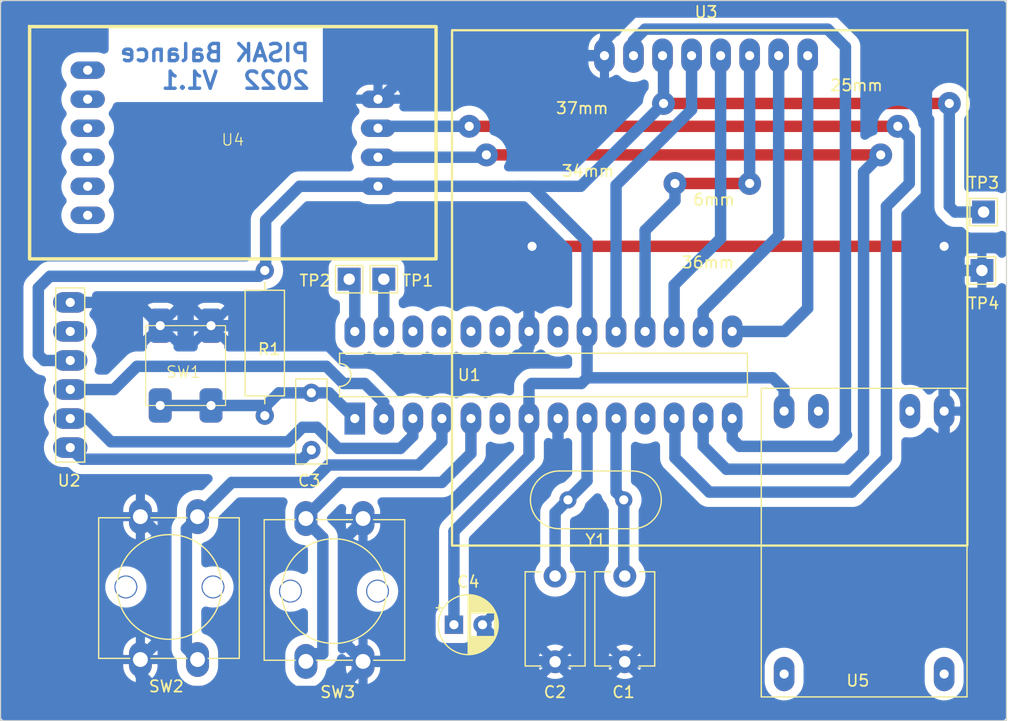
<source format=kicad_pcb>
(kicad_pcb (version 20221018) (generator pcbnew)
  (title_block (date "10/04/2023") (rev "V1.0"))
  (layers (0 "F.Cu" jumper) (31 "B.Cu" signal) (34 "B.Paste" user) (35 "F.Paste" user) (36 "B.SilkS" user "B.Silkscreen") (37 "F.SilkS" user "F.Silkscreen") (38 "B.Mask" user) (39 "F.Mask" user) (44 "Edge.Cuts" user))
  (net 0 "")
  (net 1 "Net-(U1-XTAL2{slash}PB7)")
  (net 2 "GND")
  (net 3 "Net-(U1-XTAL1{slash}PB6)")
  (net 4 "/RESET")
  (net 5 "Net-(U2-DTR)")
  (net 6 "+3V8")
  (net 7 "Net-(U1-PC4)")
  (net 8 "Net-(U1-PC5)")
  (net 9 "/RST")
  (net 10 "/PD0")
  (net 11 "/CE")
  (net 12 "/PD1")
  (net 13 "/DIN")
  (net 14 "/INT1")
  (net 15 "/D0")
  (net 16 "/INT2")
  (net 17 "/CLK")
  (net 24 "/DT")
  (net 26 "/SCK")
  (net 27 "/DL")
  (footprint "TestPoint:TestPoint_THTPad_2.0x2.0mm_Drill1.0mm" (layer "F.Cu") (at 127.889 61.087)
    (fp_text reference "TP4" (at 0.148 2.886) (layer "F.SilkS"))
    (fp_text value "TestPoint")
    (fp_line (start -1.2 -1.2) (end 1.2 -1.2) (stroke (width 0.12)) (layer "F.SilkS"))
    (fp_line (start -1.2 1.2) (end -1.2 -1.2) (stroke (width 0.12)) (layer "F.SilkS"))
    (fp_line (start 1.2 -1.2) (end 1.2 1.2) (stroke (width 0.12)) (layer "F.SilkS"))
    (fp_line (start 1.2 1.2) (end -1.2 1.2) (stroke (width 0.12)) (layer "F.SilkS"))
    (pad "1" thru_hole rect (at 0 0) (size 2 2) (drill 1) (layers "*.Cu" "*.Mask") (net 2 "GND"))
  )
  (footprint "Capacitor_THT:C_Disc_D8.0mm_W5.0mm_P7.50mm" (layer "F.Cu") (at 96.647 87.817 -90)
    (fp_text reference "C1" (at 10.156 0.11 -180) (layer "F.SilkS"))
    (fp_text value "20pf")
    (fp_line (start -0.37 -2.62) (end -0.37 -1.256) (stroke (width 0.12)) (layer "F.SilkS"))
    (fp_line (start -0.37 -2.62) (end 7.87 -2.62) (stroke (width 0.12)) (layer "F.SilkS"))
    (fp_line (start -0.37 1.256) (end -0.37 2.62) (stroke (width 0.12)) (layer "F.SilkS"))
    (fp_line (start -0.37 2.62) (end 7.87 2.62) (stroke (width 0.12)) (layer "F.SilkS"))
    (fp_line (start 7.87 -2.62) (end 7.87 -1.256) (stroke (width 0.12)) (layer "F.SilkS"))
    (fp_line (start 7.87 1.256) (end 7.87 2.62) (stroke (width 0.12)) (layer "F.SilkS"))
    (pad "1" thru_hole circle (at 0 0 270) (size 2 2) (drill 1) (layers "*.Cu" "*.Mask") (net 1 "Net-(U1-XTAL2{slash}PB7)"))
    (pad "2" thru_hole circle (at 7.5 0 270) (size 2 2) (drill 1) (layers "*.Cu" "*.Mask") (net 2 "GND"))
  )
  (footprint "Capacitor_THT:C_Disc_D8.0mm_W5.0mm_P7.50mm" (layer "F.Cu") (at 90.551 95.317 90)
    (fp_text reference "C2" (at -2.656 -0.014 180) (layer "F.SilkS"))
    (fp_text value "20pf")
    (fp_line (start -0.37 -2.62) (end -0.37 -1.256) (stroke (width 0.12)) (layer "F.SilkS"))
    (fp_line (start -0.37 -2.62) (end 7.87 -2.62) (stroke (width 0.12)) (layer "F.SilkS"))
    (fp_line (start -0.37 1.256) (end -0.37 2.62) (stroke (width 0.12)) (layer "F.SilkS"))
    (fp_line (start -0.37 2.62) (end 7.87 2.62) (stroke (width 0.12)) (layer "F.SilkS"))
    (fp_line (start 7.87 -2.62) (end 7.87 -1.256) (stroke (width 0.12)) (layer "F.SilkS"))
    (fp_line (start 7.87 1.256) (end 7.87 2.62) (stroke (width 0.12)) (layer "F.SilkS"))
    (pad "1" thru_hole circle (at 0 0 90) (size 2 2) (drill 1) (layers "*.Cu" "*.Mask") (net 2 "GND"))
    (pad "2" thru_hole circle (at 7.5 0 90) (size 2 2) (drill 1) (layers "*.Cu" "*.Mask") (net 3 "Net-(U1-XTAL1{slash}PB6)"))
  )
  (footprint "TestPoint:TestPoint_THTPad_2.0x2.0mm_Drill1.0mm" (layer "F.Cu") (at 72.537 61.849)
    (fp_text reference "TP2" (at -2.988 0.124) (layer "F.SilkS"))
    (fp_text value "TestPoint")
    (fp_line (start -1.2 -1.2) (end 1.2 -1.2) (stroke (width 0.12)) (layer "F.SilkS"))
    (fp_line (start -1.2 1.2) (end -1.2 -1.2) (stroke (width 0.12)) (layer "F.SilkS"))
    (fp_line (start 1.2 -1.2) (end 1.2 1.2) (stroke (width 0.12)) (layer "F.SilkS"))
    (fp_line (start 1.2 1.2) (end -1.2 1.2) (stroke (width 0.12)) (layer "F.SilkS"))
    (pad "1" thru_hole rect (at 0 0) (size 2 2) (drill 1) (layers "*.Cu" "*.Mask") (net 8 "Net-(U1-PC5)"))
  )
  (footprint "Resistor_THT:R_Axial_DIN0309_L9.0mm_D3.2mm_P12.70mm_Horizontal" (layer "F.Cu") (at 65.151 61.087 -90)
    (fp_text reference "R1" (at 6.886 -0.386 -180) (layer "F.SilkS"))
    (fp_text value "10K")
    (fp_line (start 1.04 0) (end 1.73 0) (stroke (width 0.12)) (layer "F.SilkS"))
    (fp_line (start 1.73 -1.72) (end 1.73 1.72) (stroke (width 0.12)) (layer "F.SilkS"))
    (fp_line (start 1.73 1.72) (end 10.97 1.72) (stroke (width 0.12)) (layer "F.SilkS"))
    (fp_line (start 10.97 -1.72) (end 1.73 -1.72) (stroke (width 0.12)) (layer "F.SilkS"))
    (fp_line (start 10.97 1.72) (end 10.97 -1.72) (stroke (width 0.12)) (layer "F.SilkS"))
    (fp_line (start 11.66 0) (end 10.97 0) (stroke (width 0.12)) (layer "F.SilkS"))
    (pad "1" thru_hole circle (at 0 0 270) (size 1.6 1.6) (drill 0.8) (layers "*.Cu" "*.Mask") (net 6 "+3V8"))
    (pad "2" thru_hole oval (at 12.7 0 270) (size 1.6 1.6) (drill 0.8) (layers "*.Cu" "*.Mask") (net 4 "/RESET"))
  )
  (footprint "TestPoint:TestPoint_THTPad_2.0x2.0mm_Drill1.0mm" (layer "F.Cu") (at 128.037 55.973)
    (fp_text reference "TP3" (at 0 -2.55) (layer "F.SilkS"))
    (fp_text value "TestPoint")
    (fp_line (start -1.2 -1.2) (end 1.2 -1.2) (stroke (width 0.12)) (layer "F.SilkS"))
    (fp_line (start -1.2 1.2) (end -1.2 -1.2) (stroke (width 0.12)) (layer "F.SilkS"))
    (fp_line (start 1.2 -1.2) (end 1.2 1.2) (stroke (width 0.12)) (layer "F.SilkS"))
    (fp_line (start 1.2 1.2) (end -1.2 1.2) (stroke (width 0.12)) (layer "F.SilkS"))
    (pad "1" thru_hole rect (at 0 0) (size 2 2) (drill 1) (layers "*.Cu" "*.Mask") (net 6 "+3V8"))
  )
  (footprint "TestPoint:TestPoint_THTPad_2.0x2.0mm_Drill1.0mm" (layer "F.Cu") (at 75.565 61.849)
    (fp_text reference "TP1" (at 2.972 0.124) (layer "F.SilkS"))
    (fp_text value "TestPoint")
    (fp_line (start -1.2 -1.2) (end 1.2 -1.2) (stroke (width 0.12)) (layer "F.SilkS"))
    (fp_line (start -1.2 1.2) (end -1.2 -1.2) (stroke (width 0.12)) (layer "F.SilkS"))
    (fp_line (start 1.2 -1.2) (end 1.2 1.2) (stroke (width 0.12)) (layer "F.SilkS"))
    (fp_line (start 1.2 1.2) (end -1.2 1.2) (stroke (width 0.12)) (layer "F.SilkS"))
    (pad "1" thru_hole rect (at 0 0) (size 2 2) (drill 1) (layers "*.Cu" "*.Mask") (net 7 "Net-(U1-PC4)"))
  )
  (footprint "Crystal:Crystal_HC49-4H_Vertical" (layer "F.Cu") (at 96.557 81.153 180)
    (fp_text reference "Y1" (at 2.44 -3.525) (layer "F.SilkS"))
    (fp_text value "16Mhz")
    (fp_line (start -0.76 -2.525) (end 5.64 -2.525) (stroke (width 0.12)) (layer "F.SilkS"))
    (fp_line (start -0.76 2.525) (end 5.64 2.525) (stroke (width 0.12)) (layer "F.SilkS"))
    (fp_arc (start -0.76 2.525) (mid -3.285 0) (end -0.76 -2.525) (stroke (width 0.12)) (layer "F.SilkS"))
    (fp_arc (start 5.64 -2.525) (mid 8.165 0) (end 5.64 2.525) (stroke (width 0.12)) (layer "F.SilkS"))
    (pad "1" thru_hole circle (at 0 0 180) (size 1.5 1.5) (drill 0.8) (layers "*.Cu" "*.Mask") (net 1 "Net-(U1-XTAL2{slash}PB7)"))
    (pad "2" thru_hole circle (at 4.88 0 180) (size 1.5 1.5) (drill 0.8) (layers "*.Cu" "*.Mask") (net 3 "Net-(U1-XTAL1{slash}PB6)"))
  )
  (footprint "librairie_BTS_CIEL:HX711" (layer "F.Cu") (at 62.357 49.911)
    (fp_text reference "U4" (at 0 -0.254 unlocked) (layer "F.SilkS") (effects (font (thickness 0.1))))
    (fp_text value "HX711")
    (fp_rect (start -17.78 -10.16) (end 17.78 10.16) (stroke (width 0.3)) (fill none) (layer "F.SilkS"))
    (pad "1" thru_hole oval (at -12.7 -6.35 90) (size 1.524 3) (drill 0.8) (layers "*.Cu" "*.Mask"))
    (pad "2" thru_hole oval (at -12.7 -3.81 90) (size 1.524 3) (drill 0.8) (layers "*.Cu" "*.Mask"))
    (pad "3" thru_hole oval (at -12.7 -1.27 90) (size 1.524 3) (drill 0.8) (layers "*.Cu" "*.Mask"))
    (pad "4" thru_hole oval (at -12.7 1.27 90) (size 1.524 3) (drill 0.8) (layers "*.Cu" "*.Mask"))
    (pad "5" thru_hole oval (at -12.7 3.81 90) (size 1.524 3) (drill 0.8) (layers "*.Cu" "*.Mask"))
    (pad "6" thru_hole oval (at -12.7 6.35 90) (size 1.524 3) (drill 0.8) (layers "*.Cu" "*.Mask"))
    (pad "7" thru_hole oval (at 12.7 3.81 90) (size 1.524 3) (drill 0.8) (layers "*.Cu" "*.Mask") (net 6 "+3V8"))
    (pad "8" thru_hole oval (at 12.7 1.27 90) (size 1.524 3) (drill 0.8) (layers "*.Cu" "*.Mask") (net 26 "/SCK"))
    (pad "9" thru_hole oval (at 12.7 -1.27 90) (size 1.524 3) (drill 0.8) (layers "*.Cu" "*.Mask") (net 24 "/DT"))
    (pad "10" thru_hole oval (at 12.7 -3.81 90) (size 1.524 3) (drill 0.8) (layers "*.Cu" "*.Mask") (net 2 "GND"))
  )
  (footprint "Capacitor_THT:CP_Radial_D5.0mm_P2.50mm" (layer "F.Cu") (at 81.701 92.075)
    (fp_text reference "C4" (at 1.25 -3.75) (layer "F.SilkS"))
    (fp_text value "10uF")
    (fp_line (start -1.554775 -1.475) (end -1.054775 -1.475) (stroke (width 0.12)) (layer "F.SilkS"))
    (fp_line (start -1.304775 -1.725) (end -1.304775 -1.225) (stroke (width 0.12)) (layer "F.SilkS"))
    (fp_line (start 1.25 -2.58) (end 1.25 2.58) (stroke (width 0.12)) (layer "F.SilkS"))
    (fp_line (start 1.29 -2.58) (end 1.29 2.58) (stroke (width 0.12)) (layer "F.SilkS"))
    (fp_line (start 1.33 -2.579) (end 1.33 2.579) (stroke (width 0.12)) (layer "F.SilkS"))
    (fp_line (start 1.37 -2.578) (end 1.37 2.578) (stroke (width 0.12)) (layer "F.SilkS"))
    (fp_line (start 1.41 -2.576) (end 1.41 2.576) (stroke (width 0.12)) (layer "F.SilkS"))
    (fp_line (start 1.45 -2.573) (end 1.45 2.573) (stroke (width 0.12)) (layer "F.SilkS"))
    (fp_line (start 1.49 -2.569) (end 1.49 -1.04) (stroke (width 0.12)) (layer "F.SilkS"))
    (fp_line (start 1.49 1.04) (end 1.49 2.569) (stroke (width 0.12)) (layer "F.SilkS"))
    (fp_line (start 1.53 -2.565) (end 1.53 -1.04) (stroke (width 0.12)) (layer "F.SilkS"))
    (fp_line (start 1.53 1.04) (end 1.53 2.565) (stroke (width 0.12)) (layer "F.SilkS"))
    (fp_line (start 1.57 -2.561) (end 1.57 -1.04) (stroke (width 0.12)) (layer "F.SilkS"))
    (fp_line (start 1.57 1.04) (end 1.57 2.561) (stroke (width 0.12)) (layer "F.SilkS"))
    (fp_line (start 1.61 -2.556) (end 1.61 -1.04) (stroke (width 0.12)) (layer "F.SilkS"))
    (fp_line (start 1.61 1.04) (end 1.61 2.556) (stroke (width 0.12)) (layer "F.SilkS"))
    (fp_line (start 1.65 -2.55) (end 1.65 -1.04) (stroke (width 0.12)) (layer "F.SilkS"))
    (fp_line (start 1.65 1.04) (end 1.65 2.55) (stroke (width 0.12)) (layer "F.SilkS"))
    (fp_line (start 1.69 -2.543) (end 1.69 -1.04) (stroke (width 0.12)) (layer "F.SilkS"))
    (fp_line (start 1.69 1.04) (end 1.69 2.543) (stroke (width 0.12)) (layer "F.SilkS"))
    (fp_line (start 1.73 -2.536) (end 1.73 -1.04) (stroke (width 0.12)) (layer "F.SilkS"))
    (fp_line (start 1.73 1.04) (end 1.73 2.536) (stroke (width 0.12)) (layer "F.SilkS"))
    (fp_line (start 1.77 -2.528) (end 1.77 -1.04) (stroke (width 0.12)) (layer "F.SilkS"))
    (fp_line (start 1.77 1.04) (end 1.77 2.528) (stroke (width 0.12)) (layer "F.SilkS"))
    (fp_line (start 1.81 -2.52) (end 1.81 -1.04) (stroke (width 0.12)) (layer "F.SilkS"))
    (fp_line (start 1.81 1.04) (end 1.81 2.52) (stroke (width 0.12)) (layer "F.SilkS"))
    (fp_line (start 1.85 -2.511) (end 1.85 -1.04) (stroke (width 0.12)) (layer "F.SilkS"))
    (fp_line (start 1.85 1.04) (end 1.85 2.511) (stroke (width 0.12)) (layer "F.SilkS"))
    (fp_line (start 1.89 -2.501) (end 1.89 -1.04) (stroke (width 0.12)) (layer "F.SilkS"))
    (fp_line (start 1.89 1.04) (end 1.89 2.501) (stroke (width 0.12)) (layer "F.SilkS"))
    (fp_line (start 1.93 -2.491) (end 1.93 -1.04) (stroke (width 0.12)) (layer "F.SilkS"))
    (fp_line (start 1.93 1.04) (end 1.93 2.491) (stroke (width 0.12)) (layer "F.SilkS"))
    (fp_line (start 1.971 -2.48) (end 1.971 -1.04) (stroke (width 0.12)) (layer "F.SilkS"))
    (fp_line (start 1.971 1.04) (end 1.971 2.48) (stroke (width 0.12)) (layer "F.SilkS"))
    (fp_line (start 2.011 -2.468) (end 2.011 -1.04) (stroke (width 0.12)) (layer "F.SilkS"))
    (fp_line (start 2.011 1.04) (end 2.011 2.468) (stroke (width 0.12)) (layer "F.SilkS"))
    (fp_line (start 2.051 -2.455) (end 2.051 -1.04) (stroke (width 0.12)) (layer "F.SilkS"))
    (fp_line (start 2.051 1.04) (end 2.051 2.455) (stroke (width 0.12)) (layer "F.SilkS"))
    (fp_line (start 2.091 -2.442) (end 2.091 -1.04) (stroke (width 0.12)) (layer "F.SilkS"))
    (fp_line (start 2.091 1.04) (end 2.091 2.442) (stroke (width 0.12)) (layer "F.SilkS"))
    (fp_line (start 2.131 -2.428) (end 2.131 -1.04) (stroke (width 0.12)) (layer "F.SilkS"))
    (fp_line (start 2.131 1.04) (end 2.131 2.428) (stroke (width 0.12)) (layer "F.SilkS"))
    (fp_line (start 2.171 -2.414) (end 2.171 -1.04) (stroke (width 0.12)) (layer "F.SilkS"))
    (fp_line (start 2.171 1.04) (end 2.171 2.414) (stroke (width 0.12)) (layer "F.SilkS"))
    (fp_line (start 2.211 -2.398) (end 2.211 -1.04) (stroke (width 0.12)) (layer "F.SilkS"))
    (fp_line (start 2.211 1.04) (end 2.211 2.398) (stroke (width 0.12)) (layer "F.SilkS"))
    (fp_line (start 2.251 -2.382) (end 2.251 -1.04) (stroke (width 0.12)) (layer "F.SilkS"))
    (fp_line (start 2.251 1.04) (end 2.251 2.382) (stroke (width 0.12)) (layer "F.SilkS"))
    (fp_line (start 2.291 -2.365) (end 2.291 -1.04) (stroke (width 0.12)) (layer "F.SilkS"))
    (fp_line (start 2.291 1.04) (end 2.291 2.365) (stroke (width 0.12)) (layer "F.SilkS"))
    (fp_line (start 2.331 -2.348) (end 2.331 -1.04) (stroke (width 0.12)) (layer "F.SilkS"))
    (fp_line (start 2.331 1.04) (end 2.331 2.348) (stroke (width 0.12)) (layer "F.SilkS"))
    (fp_line (start 2.371 -2.329) (end 2.371 -1.04) (stroke (width 0.12)) (layer "F.SilkS"))
    (fp_line (start 2.371 1.04) (end 2.371 2.329) (stroke (width 0.12)) (layer "F.SilkS"))
    (fp_line (start 2.411 -2.31) (end 2.411 -1.04) (stroke (width 0.12)) (layer "F.SilkS"))
    (fp_line (start 2.411 1.04) (end 2.411 2.31) (stroke (width 0.12)) (layer "F.SilkS"))
    (fp_line (start 2.451 -2.29) (end 2.451 -1.04) (stroke (width 0.12)) (layer "F.SilkS"))
    (fp_line (start 2.451 1.04) (end 2.451 2.29) (stroke (width 0.12)) (layer "F.SilkS"))
    (fp_line (start 2.491 -2.268) (end 2.491 -1.04) (stroke (width 0.12)) (layer "F.SilkS"))
    (fp_line (start 2.491 1.04) (end 2.491 2.268) (stroke (width 0.12)) (layer "F.SilkS"))
    (fp_line (start 2.531 -2.247) (end 2.531 -1.04) (stroke (width 0.12)) (layer "F.SilkS"))
    (fp_line (start 2.531 1.04) (end 2.531 2.247) (stroke (width 0.12)) (layer "F.SilkS"))
    (fp_line (start 2.571 -2.224) (end 2.571 -1.04) (stroke (width 0.12)) (layer "F.SilkS"))
    (fp_line (start 2.571 1.04) (end 2.571 2.224) (stroke (width 0.12)) (layer "F.SilkS"))
    (fp_line (start 2.611 -2.2) (end 2.611 -1.04) (stroke (width 0.12)) (layer "F.SilkS"))
    (fp_line (start 2.611 1.04) (end 2.611 2.2) (stroke (width 0.12)) (layer "F.SilkS"))
    (fp_line (start 2.651 -2.175) (end 2.651 -1.04) (stroke (width 0.12)) (layer "F.SilkS"))
    (fp_line (start 2.651 1.04) (end 2.651 2.175) (stroke (width 0.12)) (layer "F.SilkS"))
    (fp_line (start 2.691 -2.149) (end 2.691 -1.04) (stroke (width 0.12)) (layer "F.SilkS"))
    (fp_line (start 2.691 1.04) (end 2.691 2.149) (stroke (width 0.12)) (layer "F.SilkS"))
    (fp_line (start 2.731 -2.122) (end 2.731 -1.04) (stroke (width 0.12)) (layer "F.SilkS"))
    (fp_line (start 2.731 1.04) (end 2.731 2.122) (stroke (width 0.12)) (layer "F.SilkS"))
    (fp_line (start 2.771 -2.095) (end 2.771 -1.04) (stroke (width 0.12)) (layer "F.SilkS"))
    (fp_line (start 2.771 1.04) (end 2.771 2.095) (stroke (width 0.12)) (layer "F.SilkS"))
    (fp_line (start 2.811 -2.065) (end 2.811 -1.04) (stroke (width 0.12)) (layer "F.SilkS"))
    (fp_line (start 2.811 1.04) (end 2.811 2.065) (stroke (width 0.12)) (layer "F.SilkS"))
    (fp_line (start 2.851 -2.035) (end 2.851 -1.04) (stroke (width 0.12)) (layer "F.SilkS"))
    (fp_line (start 2.851 1.04) (end 2.851 2.035) (stroke (width 0.12)) (layer "F.SilkS"))
    (fp_line (start 2.891 -2.004) (end 2.891 -1.04) (stroke (width 0.12)) (layer "F.SilkS"))
    (fp_line (start 2.891 1.04) (end 2.891 2.004) (stroke (width 0.12)) (layer "F.SilkS"))
    (fp_line (start 2.931 -1.971) (end 2.931 -1.04) (stroke (width 0.12)) (layer "F.SilkS"))
    (fp_line (start 2.931 1.04) (end 2.931 1.971) (stroke (width 0.12)) (layer "F.SilkS"))
    (fp_line (start 2.971 -1.937) (end 2.971 -1.04) (stroke (width 0.12)) (layer "F.SilkS"))
    (fp_line (start 2.971 1.04) (end 2.971 1.937) (stroke (width 0.12)) (layer "F.SilkS"))
    (fp_line (start 3.011 -1.901) (end 3.011 -1.04) (stroke (width 0.12)) (layer "F.SilkS"))
    (fp_line (start 3.011 1.04) (end 3.011 1.901) (stroke (width 0.12)) (layer "F.SilkS"))
    (fp_line (start 3.051 -1.864) (end 3.051 -1.04) (stroke (width 0.12)) (layer "F.SilkS"))
    (fp_line (start 3.051 1.04) (end 3.051 1.864) (stroke (width 0.12)) (layer "F.SilkS"))
    (fp_line (start 3.091 -1.826) (end 3.091 -1.04) (stroke (width 0.12)) (layer "F.SilkS"))
    (fp_line (start 3.091 1.04) (end 3.091 1.826) (stroke (width 0.12)) (layer "F.SilkS"))
    (fp_line (start 3.131 -1.785) (end 3.131 -1.04) (stroke (width 0.12)) (layer "F.SilkS"))
    (fp_line (start 3.131 1.04) (end 3.131 1.785) (stroke (width 0.12)) (layer "F.SilkS"))
    (fp_line (start 3.171 -1.743) (end 3.171 -1.04) (stroke (width 0.12)) (layer "F.SilkS"))
    (fp_line (start 3.171 1.04) (end 3.171 1.743) (stroke (width 0.12)) (layer "F.SilkS"))
    (fp_line (start 3.211 -1.699) (end 3.211 -1.04) (stroke (width 0.12)) (layer "F.SilkS"))
    (fp_line (start 3.211 1.04) (end 3.211 1.699) (stroke (width 0.12)) (layer "F.SilkS"))
    (fp_line (start 3.251 -1.653) (end 3.251 -1.04) (stroke (width 0.12)) (layer "F.SilkS"))
    (fp_line (start 3.251 1.04) (end 3.251 1.653) (stroke (width 0.12)) (layer "F.SilkS"))
    (fp_line (start 3.291 -1.605) (end 3.291 -1.04) (stroke (width 0.12)) (layer "F.SilkS"))
    (fp_line (start 3.291 1.04) (end 3.291 1.605) (stroke (width 0.12)) (layer "F.SilkS"))
    (fp_line (start 3.331 -1.554) (end 3.331 -1.04) (stroke (width 0.12)) (layer "F.SilkS"))
    (fp_line (start 3.331 1.04) (end 3.331 1.554) (stroke (width 0.12)) (layer "F.SilkS"))
    (fp_line (start 3.371 -1.5) (end 3.371 -1.04) (stroke (width 0.12)) (layer "F.SilkS"))
    (fp_line (start 3.371 1.04) (end 3.371 1.5) (stroke (width 0.12)) (layer "F.SilkS"))
    (fp_line (start 3.411 -1.443) (end 3.411 -1.04) (stroke (width 0.12)) (layer "F.SilkS"))
    (fp_line (start 3.411 1.04) (end 3.411 1.443) (stroke (width 0.12)) (layer "F.SilkS"))
    (fp_line (start 3.451 -1.383) (end 3.451 -1.04) (stroke (width 0.12)) (layer "F.SilkS"))
    (fp_line (start 3.451 1.04) (end 3.451 1.383) (stroke (width 0.12)) (layer "F.SilkS"))
    (fp_line (start 3.491 -1.319) (end 3.491 -1.04) (stroke (width 0.12)) (layer "F.SilkS"))
    (fp_line (start 3.491 1.04) (end 3.491 1.319) (stroke (width 0.12)) (layer "F.SilkS"))
    (fp_line (start 3.531 -1.251) (end 3.531 -1.04) (stroke (width 0.12)) (layer "F.SilkS"))
    (fp_line (start 3.531 1.04) (end 3.531 1.251) (stroke (width 0.12)) (layer "F.SilkS"))
    (fp_line (start 3.571 -1.178) (end 3.571 1.178) (stroke (width 0.12)) (layer "F.SilkS"))
    (fp_line (start 3.611 -1.098) (end 3.611 1.098) (stroke (width 0.12)) (layer "F.SilkS"))
    (fp_line (start 3.651 -1.011) (end 3.651 1.011) (stroke (width 0.12)) (layer "F.SilkS"))
    (fp_line (start 3.691 -0.915) (end 3.691 0.915) (stroke (width 0.12)) (layer "F.SilkS"))
    (fp_line (start 3.731 -0.805) (end 3.731 0.805) (stroke (width 0.12)) (layer "F.SilkS"))
    (fp_line (start 3.771 -0.677) (end 3.771 0.677) (stroke (width 0.12)) (layer "F.SilkS"))
    (fp_line (start 3.811 -0.518) (end 3.811 0.518) (stroke (width 0.12)) (layer "F.SilkS"))
    (fp_line (start 3.851 -0.284) (end 3.851 0.284) (stroke (width 0.12)) (layer "F.SilkS"))
    (fp_circle (center 1.25 0) (end 3.87 0) (stroke (width 0.12)) (fill none) (layer "F.SilkS"))
    (pad "1" thru_hole rect (at 0 0) (size 1.6 1.6) (drill 0.8) (layers "*.Cu" "*.Mask") (net 6 "+3V8"))
    (pad "2" thru_hole circle (at 2.5 0) (size 1.6 1.6) (drill 0.8) (layers "*.Cu" "*.Mask") (net 2 "GND"))
  )
  (footprint "librairie_BTS_CIEL:Nokia5510" (layer "F.Cu") (at 103.759 42.291 180)
    (fp_text reference "U3" (at 0 3.81) (layer "F.SilkS"))
    (fp_text value "Nokia5110")
    (fp_rect (start -22.86 2.2225) (end 22.225 -42.8625) (stroke (width 0.2)) (fill none) (layer "F.SilkS"))
    (pad "1" thru_hole oval (at -8.89 0 180) (size 1.8 3) (drill 0.8) (layers "*.Cu" "*.Mask") (net 9 "/RST"))
    (pad "2" thru_hole oval (at -6.35 0 180) (size 1.8 3) (drill 0.8) (layers "*.Cu" "*.Mask") (net 11 "/CE"))
    (pad "3" thru_hole oval (at -3.81 0 180) (size 1.8 3) (drill 0.8) (layers "*.Cu" "*.Mask") (net 15 "/D0"))
    (pad "4" thru_hole oval (at -1.27 0 180) (size 1.8 3) (drill 0.8) (layers "*.Cu" "*.Mask") (net 13 "/DIN"))
    (pad "5" thru_hole oval (at 1.27 0 180) (size 1.8 3) (drill 0.8) (layers "*.Cu" "*.Mask") (net 17 "/CLK"))
    (pad "6" thru_hole oval (at 3.81 0 180) (size 1.8 3) (drill 0.8) (layers "*.Cu" "*.Mask") (net 6 "+3V8"))
    (pad "7" thru_hole oval (at 6.35 0 180) (size 1.8 3) (drill 0.8) (layers "*.Cu" "*.Mask") (net 27 "/DL"))
    (pad "8" thru_hole oval (at 8.89 0 180) (size 1.8 3) (drill 0.8) (layers "*.Cu" "*.Mask") (net 2 "GND"))
  )
  (footprint "librairie_BTS_CIEL:micro_switch" (layer "F.Cu") (at 55.3695 68.453 -90)
    (fp_text reference "SW1" (at 1.52 -2.6675 unlocked) (layer "F.SilkS") (effects (font (thickness 0.1))))
    (fp_text value "SW_DIP_x02")
    (fp_rect (start -2.54 -6.35) (end 4.445 0.635) (stroke (width 0.1)) (fill none) (layer "F.SilkS"))
    (pad "1" thru_hole roundrect (at -2.54 -5.08 270) (size 3 2) (drill 0.8) (layers "*.Cu" "*.Mask") (net 2 "GND"))
    (pad "2" thru_hole roundrect (at -2.54 -0.635 270) (size 3 2) (drill 0.8) (layers "*.Cu" "*.Mask") (net 2 "GND"))
    (pad "3" thru_hole roundrect (at 4.445 -5.08 270) (size 3 2) (drill 0.8) (layers "*.Cu" "*.Mask") (net 4 "/RESET"))
    (pad "4" thru_hole roundrect (at 4.445 -0.635 270) (size 3 2) (drill 0.8) (layers "*.Cu" "*.Mask") (net 4 "/RESET"))
  )
  (footprint "librairie_BTS_CIEL:bouton_poussoir" (layer "F.Cu") (at 54.269 95.123 90)
    (fp_text reference "SW2" (at -2.35 2.268 180) (layer "F.SilkS"))
    (fp_text value "SW_DIP_x02")
    (fp_line (start 0.1 -3.65) (end 12.4 -3.65) (stroke (width 0.12)) (layer "F.SilkS"))
    (fp_line (start 0.1 -0.93) (end 0.1 -3.65) (stroke (width 0.12)) (layer "F.SilkS"))
    (fp_line (start 0.1 4.07) (end 0.1 0.93) (stroke (width 0.12)) (layer "F.SilkS"))
    (fp_line (start 0.1 8.65) (end 0.1 5.93) (stroke (width 0.12)) (layer "F.SilkS"))
    (fp_line (start 12.4 -3.65) (end 12.4 -0.93) (stroke (width 0.12)) (layer "F.SilkS"))
    (fp_line (start 12.4 0.93) (end 12.4 4.07) (stroke (width 0.12)) (layer "F.SilkS"))
    (fp_line (start 12.4 5.93) (end 12.4 8.65) (stroke (width 0.12)) (layer "F.SilkS"))
    (fp_line (start 12.4 8.65) (end 0.1 8.65) (stroke (width 0.12)) (layer "F.SilkS"))
    (fp_circle (center 6.35 2.54) (end 10.16 5.08) (stroke (width 0.12)) (fill none) (layer "F.SilkS"))
    (pad "" thru_hole circle (at 6.35 -1.27 90) (size 2 2) (drill 1.8) (layers "*.Cu" "*.Mask"))
    (pad "" thru_hole circle (at 6.35 6.35 90) (size 2 2) (drill 1.8) (layers "*.Cu" "*.Mask"))
    (pad "1" thru_hole oval (at 0 0 90) (size 3.048 2) (drill 1.3) (layers "*.Cu" "*.Mask") (net 2 "GND"))
    (pad "2" thru_hole oval (at 12.5 0 90) (size 3.048 2) (drill 1.3) (layers "*.Cu" "*.Mask") (net 2 "GND"))
    (pad "3" thru_hole oval (at 0 5 90) (size 3.048 2) (drill 1.3) (layers "*.Cu" "*.Mask") (net 14 "/INT1"))
    (pad "4" thru_hole oval (at 12.5 5 90) (size 3.048 2) (drill 1.3) (layers "*.Cu" "*.Mask") (net 14 "/INT1"))
  )
  (footprint "Capacitor_THT:C_Rect_L7.2mm_W2.5mm_P5.00mm_FKS2_FKP2_MKS2_MKP2" (layer "F.Cu") (at 69.227 71.795 -90)
    (fp_text reference "C3" (at 7.678 0.19 -180) (layer "F.SilkS"))
    (fp_text value "100nF")
    (fp_line (start -1.22 -1.37) (end -1.22 1.37) (stroke (width 0.12)) (layer "F.SilkS"))
    (fp_line (start -1.22 -1.37) (end 6.22 -1.37) (stroke (width 0.12)) (layer "F.SilkS"))
    (fp_line (start -1.22 1.37) (end 6.22 1.37) (stroke (width 0.12)) (layer "F.SilkS"))
    (fp_line (start 6.22 -1.37) (end 6.22 1.37) (stroke (width 0.12)) (layer "F.SilkS"))
    (pad "1" thru_hole circle (at 0 0 270) (size 1.6 1.6) (drill 0.8) (layers "*.Cu" "*.Mask") (net 4 "/RESET"))
    (pad "2" thru_hole circle (at 5 0 270) (size 1.6 1.6) (drill 0.8) (layers "*.Cu" "*.Mask") (net 5 "Net-(U2-DTR)"))
  )
  (footprint "librairie_BTS_CIEL:bouton_poussoir" (layer "F.Cu") (at 73.747 82.787 -90)
    (fp_text reference "SW3" (at 15.186 2.21 -180) (layer "F.SilkS"))
    (fp_text value "SW_DIP_x02")
    (fp_line (start 0.1 -3.65) (end 12.4 -3.65) (stroke (width 0.12)) (layer "F.SilkS"))
    (fp_line (start 0.1 -0.93) (end 0.1 -3.65) (stroke (width 0.12)) (layer "F.SilkS"))
    (fp_line (start 0.1 4.07) (end 0.1 0.93) (stroke (width 0.12)) (layer "F.SilkS"))
    (fp_line (start 0.1 8.65) (end 0.1 5.93) (stroke (width 0.12)) (layer "F.SilkS"))
    (fp_line (start 12.4 -3.65) (end 12.4 -0.93) (stroke (width 0.12)) (layer "F.SilkS"))
    (fp_line (start 12.4 0.93) (end 12.4 4.07) (stroke (width 0.12)) (layer "F.SilkS"))
    (fp_line (start 12.4 5.93) (end 12.4 8.65) (stroke (width 0.12)) (layer "F.SilkS"))
    (fp_line (start 12.4 8.65) (end 0.1 8.65) (stroke (width 0.12)) (layer "F.SilkS"))
    (fp_circle (center 6.35 2.54) (end 10.16 5.08) (stroke (width 0.12)) (fill none) (layer "F.SilkS"))
    (pad "" thru_hole circle (at 6.35 -1.27 270) (size 2 2) (drill 1.8) (layers "*.Cu" "*.Mask"))
    (pad "" thru_hole circle (at 6.35 6.35 270) (size 2 2) (drill 1.8) (layers "*.Cu" "*.Mask"))
    (pad "1" thru_hole oval (at 0 0 270) (size 3.048 2) (drill 1.3) (layers "*.Cu" "*.Mask") (net 2 "GND"))
    (pad "2" thru_hole oval (at 12.5 0 270) (size 3.048 2) (drill 1.3) (layers "*.Cu" "*.Mask") (net 2 "GND"))
    (pad "3" thru_hole oval (at 0 5 270) (size 3.048 2) (drill 1.3) (layers "*.Cu" "*.Mask") (net 16 "/INT2"))
    (pad "4" thru_hole oval (at 12.5 5 270) (size 3.048 2) (drill 1.3) (layers "*.Cu" "*.Mask") (net 16 "/INT2"))
  )
  (footprint "librairie_BTS_CIEL:DIP_28_Atmel328P" (layer "F.Cu") (at 73.025 74.041 90)
    (fp_text reference "U1" (at 3.81 10.012 180) (layer "F.SilkS"))
    (fp_text value "ATmega328P-P")
    (fp_line (start 1.905 -1.33) (end 1.905 34.35) (stroke (width 0.12)) (layer "F.SilkS"))
    (fp_line (start 1.905 34.35) (end 5.715 34.35) (stroke (width 0.12)) (layer "F.SilkS"))
    (fp_line (start 2.81 -1.33) (end 1.905 -1.33) (stroke (width 0.12)) (layer "F.SilkS"))
    (fp_line (start 5.715 -1.33) (end 4.81 -1.33) (stroke (width 0.12)) (layer "F.SilkS"))
    (fp_line (start 5.715 34.35) (end 5.715 -1.33) (stroke (width 0.12)) (layer "F.SilkS"))
    (fp_arc (start 4.81 -1.33) (mid 3.81 -0.33) (end 2.81 -1.33) (stroke (width 0.12)) (layer "F.SilkS"))
    (pad "1" thru_hole rect (at 0 0 90) (size 2.8 1.8) (drill 0.8) (layers "*.Cu" "*.Mask") (net 4 "/RESET"))
    (pad "2" thru_hole oval (at 0 2.54 90) (size 2.8 1.8) (drill 0.8) (layers "*.Cu" "*.Mask") (net 10 "/PD0"))
    (pad "3" thru_hole oval (at 0 5.08 90) (size 2.8 1.8) (drill 0.8) (layers "*.Cu" "*.Mask") (net 12 "/PD1"))
    (pad "4" thru_hole oval (at 0 7.62 90) (size 2.8 1.8) (drill 0.8) (layers "*.Cu" "*.Mask") (net 14 "/INT1"))
    (pad "5" thru_hole oval (at 0 10.16 90) (size 2.8 1.8) (drill 0.8) (layers "*.Cu" "*.Mask") (net 16 "/INT2"))
    (pad "6" thru_hole oval (at 0 12.7 90) (size 2.8 1.8) (drill 0.8) (layers "*.Cu" "*.Mask"))
    (pad "7" thru_hole oval (at 0 15.24 90) (size 2.8 1.8) (drill 0.8) (layers "*.Cu" "*.Mask") (net 6 "+3V8"))
    (pad "8" thru_hole oval (at 0 17.78 90) (size 2.8 1.8) (drill 0.8) (layers "*.Cu" "*.Mask") (net 2 "GND"))
    (pad "9" thru_hole oval (at 0 20.32 90) (size 2.8 1.8) (drill 0.8) (layers "*.Cu" "*.Mask") (net 3 "Net-(U1-XTAL1{slash}PB6)"))
    (pad "10" thru_hole oval (at 0 22.86 90) (size 2.8 1.8) (drill 0.8) (layers "*.Cu" "*.Mask") (net 1 "Net-(U1-XTAL2{slash}PB7)"))
    (pad "11" thru_hole oval (at 0 25.4 90) (size 2.8 1.8) (drill 0.8) (layers "*.Cu" "*.Mask"))
    (pad "12" thru_hole oval (at 0 27.94 90) (size 2.8 1.8) (drill 0.8) (layers "*.Cu" "*.Mask") (net 24 "/DT"))
    (pad "13" thru_hole oval (at 0 30.48 90) (size 2.8 1.8) (drill 0.8) (layers "*.Cu" "*.Mask") (net 26 "/SCK"))
    (pad "14" thru_hole oval (at 0 33.02 90) (size 2.8 1.8) (drill 0.8) (layers "*.Cu" "*.Mask") (net 27 "/DL"))
    (pad "15" thru_hole oval (at 7.62 33.02 90) (size 2.8 1.8) (drill 0.8) (layers "*.Cu" "*.Mask") (net 9 "/RST"))
    (pad "16" thru_hole oval (at 7.62 30.48 90) (size 2.8 1.8) (drill 0.8) (layers "*.Cu" "*.Mask") (net 11 "/CE"))
    (pad "17" thru_hole oval (at 7.62 27.94 90) (size 2.8 1.8) (drill 0.8) (layers "*.Cu" "*.Mask") (net 13 "/DIN"))
    (pad "18" thru_hole oval (at 7.62 25.4 90) (size 2.8 1.8) (drill 0.8) (layers "*.Cu" "*.Mask") (net 15 "/D0"))
    (pad "19" thru_hole oval (at 7.62 22.86 90) (size 2.8 1.8) (drill 0.8) (layers "*.Cu" "*.Mask") (net 17 "/CLK"))
    (pad "20" thru_hole oval (at 7.62 20.32 90) (size 2.8 1.8) (drill 0.8) (layers "*.Cu" "*.Mask") (net 6 "+3V8"))
    (pad "21" thru_hole oval (at 7.62 17.78 90) (size 2.8 1.8) (drill 0.8) (layers "*.Cu" "*.Mask"))
    (pad "22" thru_hole oval (at 7.62 15.24 90) (size 2.8 1.8) (drill 0.8) (layers "*.Cu" "*.Mask") (net 2 "GND"))
    (pad "23" thru_hole oval (at 7.62 12.7 90) (size 2.8 1.8) (drill 0.8) (layers "*.Cu" "*.Mask"))
    (pad "24" thru_hole oval (at 7.62 10.16 90) (size 2.8 1.8) (drill 0.8) (layers "*.Cu" "*.Mask"))
    (pad "25" thru_hole oval (at 7.62 7.62 90) (size 2.8 1.8) (drill 0.8) (layers "*.Cu" "*.Mask"))
    (pad "26" thru_hole oval (at 7.62 5.08 90) (size 2.8 1.8) (drill 0.8) (layers "*.Cu" "*.Mask"))
    (pad "27" thru_hole oval (at 7.62 2.54 90) (size 2.8 1.8) (drill 0.8) (layers "*.Cu" "*.Mask") (net 7 "Net-(U1-PC4)"))
    (pad "28" thru_hole oval (at 7.62 0 90) (size 2.8 1.8) (drill 0.8) (layers "*.Cu" "*.Mask") (net 8 "Net-(U1-PC5)"))
  )
  (footprint "librairie_BTS_CIEL:Charger_accu" (layer "F.Cu") (at 114.587 93.393)
    (fp_text reference "U5" (at 2.45 3.58) (layer "F.SilkS"))
    (fp_text value "03962A")
    (fp_line (start -6 -22) (end -6 5) (stroke (width 0.12)) (layer "F.SilkS"))
    (fp_line (start -6 5) (end 12 5) (stroke (width 0.12)) (layer "F.SilkS"))
    (fp_line (start 12 -22) (end -6 -22) (stroke (width 0.12)) (layer "F.SilkS"))
    (fp_line (start 12 5) (end 12 -22) (stroke (width 0.12)) (layer "F.SilkS"))
    (pad "1" thru_hole oval (at 10 -20) (size 1.8 3) (drill 0.8) (layers "*.Cu" "*.Mask") (net 2 "GND"))
    (pad "2" thru_hole oval (at 7 -20) (size 1.8 3) (drill 0.8) (layers "*.Cu" "*.Mask"))
    (pad "3" thru_hole oval (at -1 -20) (size 1.8 3) (drill 0.8) (layers "*.Cu" "*.Mask"))
    (pad "4" thru_hole oval (at -4 -20) (size 1.8 3) (drill 0.8) (layers "*.Cu" "*.Mask") (net 6 "+3V8"))
    (pad "5" thru_hole oval (at -4 3) (size 1.8 3) (drill 0.8) (layers "*.Cu" "*.Mask"))
    (pad "6" thru_hole oval (at 10 3) (size 1.8 3) (drill 0.8) (layers "*.Cu" "*.Mask"))
  )
  (footprint "librairie_BTS_CIEL:FTDI232RL" (layer "F.Cu") (at 48.133 70.231 90)
    (fp_text reference "U2" (at -9.242 -0.096 180) (layer "F.SilkS"))
    (fp_text value "FTDI232")
    (fp_line (start -7.62 -1.27) (end 7.62 -1.27) (stroke (width 0.12)) (layer "F.SilkS"))
    (fp_line (start -7.62 1.27) (end -7.62 -1.27) (stroke (width 0.12)) (layer "F.SilkS"))
    (fp_line (start -7.62 1.27) (end 7.62 1.27) (stroke (width 0.12)) (layer "F.SilkS"))
    (fp_line (start 7.62 -1.27) (end 7.62 1.27) (stroke (width 0.12)) (layer "F.SilkS"))
    (pad "1" thru_hole oval (at -6.35 0 90) (size 1.8 3) (drill 0.8) (layers "*.Cu" "*.Mask") (net 5 "Net-(U2-DTR)"))
    (pad "2" thru_hole oval (at -3.81 0 90) (size 1.8 3) (drill 0.8) (layers "*.Cu" "*.Mask") (net 12 "/PD1"))
    (pad "3" thru_hole oval (at -1.27 0 90) (size 1.8 3) (drill 0.8) (layers "*.Cu" "*.Mask") (net 10 "/PD0"))
    (pad "4" thru_hole oval (at 1.27 0 90) (size 1.8 3) (drill 0.8) (layers "*.Cu" "*.Mask") (net 6 "+3V8"))
    (pad "5" thru_hole oval (at 3.81 0 90) (size 1.8 3) (drill 0.8) (layers "*.Cu" "*.Mask"))
    (pad "6" thru_hole oval (at 6.35 0 90) (size 1.8 3) (drill 0.8) (layers "*.Cu" "*.Mask") (net 2 "GND"))
  )
  (gr_rect (start 42.037 37.473) (end 130.037 100.473) (stroke (width 0.1)) (fill none) (layer "Edge.Cuts"))
  (gr_text "PISAK Balance\n2022  V1.1" (at 69.215 45.339) (layer "B.Cu") (effects (font (size 1.5 1.5) (thickness 0.3) bold) (justify left bottom mirror)))
  (gr_text "37mm" (at 90.537 47.473) (layer "F.SilkS") (effects (font (size 1 1)) (justify left bottom)))
  (gr_text "36mm" (at 101.537 60.973) (layer "F.SilkS") (effects (font (size 1 1)) (justify left bottom)))
  (gr_text "25mm" (at 114.537 45.473) (layer "F.SilkS") (effects (font (size 1 1)) (justify left bottom)))
  (gr_text "34mm" (at 91.037 52.973) (layer "F.SilkS") (effects (font (size 1 1)) (justify left bottom)))
  (gr_text "6mm" (at 102.537 55.473) (layer "F.SilkS") (effects (font (size 1 1)) (justify left bottom)))
  (segment (start 95.885 80.481) (end 96.557 81.153) (width 1) (layer "B.Cu") (net 1))
  (segment (start 96.557 81.153) (end 96.557 87.727) (width 1) (layer "B.Cu") (net 1))
  (segment (start 96.557 87.727) (end 96.647 87.817) (width 1) (layer "B.Cu") (net 1))
  (segment (start 95.885 74.041) (end 95.885 80.481) (width 1) (layer "B.Cu") (net 1))
  (segment (start 88.537 58.973) (end 124.587 58.973) (width 1) (layer "F.Cu") (net 2))
  (via (at 88.537 58.973) (size 2) (drill 0.8) (layers "F.Cu" "B.Cu") (net 2))
  (via (at 124.587 58.973) (size 2) (drill 0.8) (layers "F.Cu" "B.Cu") (net 2))
  (segment (start 73.747 95.671) (end 71.501 97.917) (width 1) (layer "B.Cu") (net 2))
  (segment (start 88.265 59.245) (end 88.537 58.973) (width 1) (layer "B.Cu") (net 2))
  (segment (start 54.699 94.693) (end 54.699 94.653) (width 1) (layer "B.Cu") (net 2))
  (segment (start 85.157 95.317) (end 87.249 95.317) (width 1) (layer "B.Cu") (net 2))
  (segment (start 54.269 96.433) (end 54.269 95.123) (width 1) (layer "B.Cu") (net 2))
  (segment (start 94.869 40.991) (end 94.869 42.291) (width 1) (layer "B.Cu") (net 2))
  (segment (start 87.249 95.317) (end 87.249 81.661) (width 1) (layer "B.Cu") (net 2))
  (segment (start 55.753 97.917) (end 54.269 96.433) (width 1) (layer "B.Cu") (net 2))
  (segment (start 124.587 73.393) (end 124.587 74.549) (width 1) (layer "B.Cu") (net 2))
  (segment (start 85.127 95.287) (end 85.157 95.317) (width 1) (layer "B.Cu") (net 2))
  (segment (start 87.249 95.317) (end 90.551 95.317) (width 1) (layer "B.Cu") (net 2))
  (segment (start 124.587 88.265) (end 124.587 74.549) (width 1) (layer "B.Cu") (net 2))
  (segment (start 73.317 83.401) (end 72.263 84.455) (width 1) (layer "B.Cu") (net 2))
  (segment (start 72.037 68.973) (end 87.037 68.973) (width 1) (layer "B.Cu") (net 2))
  (segment (start 123.037 39.473) (end 122.037 38.473) (width 1) (layer "B.Cu") (net 2))
  (segment (start 97.387 38.473) (end 94.869 40.991) (width 1) (layer "B.Cu") (net 2))
  (segment (start 60.4495 65.913) (end 68.977 65.913) (width 1) (layer "B.Cu") (net 2))
  (segment (start 110.617 91.059) (end 121.793 91.059) (width 1) (layer "B.Cu") (net 2))
  (segment (start 90.805 78.105) (end 90.805 74.041) (width 1) (layer "B.Cu") (net 2))
  (segment (start 54.269 95.123) (end 54.699 94.693) (width 1) (layer "B.Cu") (net 2))
  (segment (start 73.747 82.787) (end 73.317 83.217) (width 1) (layer "B.Cu") (net 2))
  (segment (start 125.857 61.087) (end 127.889 61.087) (width 1) (layer "B.Cu") (net 2))
  (segment (start 73.747 95.287) (end 85.127 95.287) (width 1) (layer "B.Cu") (net 2))
  (segment (start 96.647 95.317) (end 90.551 95.317) (width 1) (layer "B.Cu") (net 2))
  (segment (start 48.133 63.881) (end 53.9725 63.881) (width 1) (layer "B.Cu") (net 2))
  (segment (start 106.359 95.317) (end 110.617 91.059) (width 1) (layer "B.Cu") (net 2))
  (segment (start 88.265 67.745) (end 88.265 66.421) (width 1) (layer "B.Cu") (net 2))
  (segment (start 96.647 95.317) (end 106.359 95.317) (width 1) (layer "B.Cu") (net 2))
  (segment (start 124.587 62.357) (end 125.857 61.087) (width 1) (layer "B.Cu") (net 2))
  (segment (start 56.0045 65.913) (end 60.4495 65.913) (width 1) (layer "B.Cu") (net 2))
  (segment (start 72.263 84.455) (end 72.263 93.803) (width 1) (layer "B.Cu") (net 2))
  (segment (start 124.587 58.973) (end 124.587 58.023) (width 1) (layer "B.Cu") (net 2))
  (segment (start 75.057 46.101) (end 75.311 46.101) (width 1) (layer "B.Cu") (net 2))
  (segment (start 84.201 92.075) (end 84.201 95.123) (width 1) (layer "B.Cu") (net 2))
  (segment (start 124.587 62.357) (end 124.587 58.973) (width 1) (layer "B.Cu") (net 2))
  (segment (start 72.263 93.803) (end 73.747 95.287) (width 1) (layer "B.Cu") (net 2))
  (segment (start 56.007 93.345) (end 56.007 84.361) (width 1) (layer "B.Cu") (net 2))
  (segment (start 54.699 94.653) (end 56.007 93.345) (width 1) (layer "B.Cu") (net 2))
  (segment (start 73.317 83.217) (end 73.317 83.401) (width 1) (layer "B.Cu") (net 2))
  (segment (start 53.9725 63.881) (end 56.0045 65.913) (width 1) (layer "B.Cu") (net 2))
  (segment (start 88.265 66.421) (end 88.265 59.245) (width 1) (layer "B.Cu") (net 2))
  (segment (start 79.121 42.291) (end 94.869 42.291) (width 1) (layer "B.Cu") (net 2))
  (segment (start 121.793 91.059) (end 124.587 88.265) (width 1) (layer "B.Cu") (net 2))
  (segment (start 87.037 68.973) (end 88.265 67.745) (width 1) (layer "B.Cu") (net 2))
  (segment (start 71.501 97.917) (end 55.753 97.917) (width 1) (layer "B.Cu") (net 2))
  (segment (start 73.747 95.287) (end 73.747 95.671) (width 1) (layer "B.Cu") (net 2))
  (segment (start 87.249 81.661) (end 90.805 78.105) (width 1) (layer "B.Cu") (net 2))
  (segment (start 124.587 58.023) (end 123.037 56.473) (width 1) (layer "B.Cu") (net 2))
  (segment (start 122.037 38.473) (end 97.387 38.473) (width 1) (layer "B.Cu") (net 2))
  (segment (start 56.007 84.361) (end 54.269 82.623) (width 1) (layer "B.Cu") (net 2))
  (segment (start 75.311 46.101) (end 79.121 42.291) (width 1) (layer "B.Cu") (net 2))
  (segment (start 68.977 65.913) (end 72.037 68.973) (width 1) (layer "B.Cu") (net 2))
  (segment (start 124.587 73.393) (end 124.587 62.357) (width 1) (layer "B.Cu") (net 2))
  (segment (start 123.037 56.473) (end 123.037 39.473) (width 1) (layer "B.Cu") (net 2))
  (segment (start 93.345 79.485) (end 93.345 74.041) (width 1) (layer "B.Cu") (net 3))
  (segment (start 90.551 82.279) (end 91.677 81.153) (width 1) (layer "B.Cu") (net 3))
  (segment (start 91.677 81.153) (end 93.345 79.485) (width 1) (layer "B.Cu") (net 3))
  (segment (start 90.551 87.817) (end 90.551 82.279) (width 1) (layer "B.Cu") (net 3))
  (segment (start 65.278 73.66) (end 65.151 73.787) (width 1) (layer "B.Cu") (net 4))
  (segment (start 66.381 71.795) (end 69.227 71.795) (width 1) (layer "B.Cu") (net 4))
  (segment (start 65.151 73.787) (end 65.151 73.025) (width 1) (layer "B.Cu") (net 4))
  (segment (start 69.227 71.795) (end 70.779 71.795) (width 1) (layer "B.Cu") (net 4))
  (segment (start 70.779 71.795) (end 73.025 74.041) (width 1) (layer "B.Cu") (net 4))
  (segment (start 56.0045 72.898) (end 60.4495 72.898) (width 1) (layer "B.Cu") (net 4))
  (segment (start 65.278 72.898) (end 65.278 73.66) (width 1) (layer "B.Cu") (net 4))
  (segment (start 60.4495 72.898) (end 65.278 72.898) (width 1) (layer "B.Cu") (net 4))
  (segment (start 65.151 73.025) (end 66.381 71.795) (width 1) (layer "B.Cu") (net 4))
  (segment (start 69.227 76.795) (end 68.425 77.597) (width 1) (layer "B.Cu") (net 5))
  (segment (start 68.425 77.597) (end 49.149 77.597) (width 1) (layer "B.Cu") (net 5))
  (segment (start 49.149 77.597) (end 48.133 76.581) (width 1) (layer "B.Cu") (net 5))
  (segment (start 125.037 46.473) (end 100.037 46.473) (width 1) (layer "F.Cu") (net 6))
  (via (at 100.037 46.473) (size 2) (drill 0.8) (layers "F.Cu" "B.Cu") (net 6))
  (via (at 125.037 46.473) (size 2) (drill 0.8) (layers "F.Cu" "B.Cu") (net 6))
  (segment (start 110.587 73.393) (end 110.587 71.471) (width 1) (layer "B.Cu") (net 6))
  (segment (start 92.845 70.973) (end 93.345 70.473) (width 1) (layer "B.Cu") (net 6))
  (segment (start 110.587 71.471) (end 109.589 70.473) (width 1) (layer "B.Cu") (net 6))
  (segment (start 88.493 70.973) (end 92.845 70.973) (width 1) (layer "B.Cu") (net 6))
  (segment (start 65.227 61.011) (end 65.227 56.693) (width 1) (layer "B.Cu") (net 6))
  (segment (start 68.199 53.721) (end 75.057 53.721) (width 1) (layer "B.Cu") (net 6))
  (segment (start 81.701 83.907) (end 88.265 77.343) (width 1) (layer "B.Cu") (net 6))
  (segment (start 45.339 68.453) (end 45.339 62.611) (width 1) (layer "B.Cu") (net 6))
  (segment (start 88.265 74.041) (end 88.265 71.201) (width 1) (layer "B.Cu") (net 6))
  (segment (start 88.265 77.343) (end 88.265 74.041) (width 1) (layer "B.Cu") (net 6))
  (segment (start 109.589 70.473) (end 93.345 70.473) (width 1) (layer "B.Cu") (net 6))
  (segment (start 48.133 68.961) (end 45.847 68.961) (width 1) (layer "B.Cu") (net 6))
  (segment (start 93.345 58.547) (end 93.345 66.421) (width 1) (layer "B.Cu") (net 6))
  (segment (start 81.701 92.075) (end 81.701 83.907) (width 1) (layer "B.Cu") (net 6))
  (segment (start 45.339 62.611) (end 46.355 61.595) (width 1) (layer "B.Cu") (net 6))
  (segment (start 100.037 46.473) (end 100.037 42.379) (width 1) (layer "B.Cu") (net 6))
  (segment (start 75.057 53.721) (end 88.519 53.721) (width 1) (layer "B.Cu") (net 6))
  (segment (start 100.037 46.473) (end 92.789 53.721) (width 1) (layer "B.Cu") (net 6))
  (segment (start 125.537 55.973) (end 125.037 55.473) (width 1) (layer "B.Cu") (net 6))
  (segment (start 92.789 53.721) (end 87.287 53.721) (width 1) (layer "B.Cu") (net 6))
  (segment (start 45.847 68.961) (end 45.339 68.453) (width 1) (layer "B.Cu") (net 6))
  (segment (start 88.265 71.201) (end 88.493 70.973) (width 1) (layer "B.Cu") (net 6))
  (segment (start 100.037 42.379) (end 99.949 42.291) (width 1) (layer "B.Cu") (net 6))
  (segment (start 64.643 61.595) (end 65.151 61.087) (width 1) (layer "B.Cu") (net 6))
  (segment (start 65.151 61.087) (end 65.227 61.011) (width 1) (layer "B.Cu") (net 6))
  (segment (start 88.519 53.721) (end 93.345 58.547) (width 1) (layer "B.Cu") (net 6))
  (segment (start 128.037 55.973) (end 125.537 55.973) (width 1) (layer "B.Cu") (net 6))
  (segment (start 125.037 55.473) (end 125.037 46.473) (width 1) (layer "B.Cu") (net 6))
  (segment (start 93.345 70.473) (end 93.345 66.421) (width 1) (layer "B.Cu") (net 6))
  (segment (start 46.355 61.595) (end 64.643 61.595) (width 1) (layer "B.Cu") (net 6))
  (segment (start 65.227 56.693) (end 68.199 53.721) (width 1) (layer "B.Cu") (net 6))
  (segment (start 75.565 66.421) (end 75.565 61.849) (width 1) (layer "B.Cu") (net 7))
  (segment (start 73.025 66.421) (end 73.025 62.337) (width 1) (layer "B.Cu") (net 8))
  (segment (start 73.025 62.337) (end 72.537 61.849) (width 1) (layer "B.Cu") (net 8))
  (segment (start 112.649 64.389) (end 110.617 66.421) (width 1) (layer "B.Cu") (net 9))
  (segment (start 112.649 42.291) (end 112.649 64.389) (width 1) (layer "B.Cu") (net 9))
  (segment (start 110.617 66.421) (end 106.045 66.421) (width 1) (layer "B.Cu") (net 9))
  (segment (start 70.537 69.473) (end 53.971 69.473) (width 1) (layer "B.Cu") (net 10))
  (segment (start 75.565 72.641) (end 73.897 70.973) (width 1) (layer "B.Cu") (net 10))
  (segment (start 73.897 70.973) (end 72.037 70.973) (width 1) (layer "B.Cu") (net 10))
  (segment (start 53.971 69.473) (end 51.943 71.501) (width 1) (layer "B.Cu") (net 10))
  (segment (start 75.565 74.041) (end 75.565 72.641) (width 1) (layer "B.Cu") (net 10))
  (segment (start 72.037 70.973) (end 70.537 69.473) (width 1) (layer "B.Cu") (net 10))
  (segment (start 51.943 71.501) (end 48.133 71.501) (width 1) (layer "B.Cu") (net 10))
  (segment (start 103.505 66.421) (end 103.505 64.643) (width 1) (layer "B.Cu") (net 11))
  (segment (start 103.505 64.643) (end 110.109 58.039) (width 1) (layer "B.Cu") (net 11))
  (segment (start 110.109 58.039) (end 110.109 42.291) (width 1) (layer "B.Cu") (net 11))
  (segment (start 49.657 74.041) (end 48.133 74.041) (width 1) (layer "B.Cu") (net 12))
  (segment (start 68.453 74.803) (end 67.183 76.073) (width 1) (layer "B.Cu") (net 12))
  (segment (start 69.723 74.803) (end 68.453 74.803) (width 1) (layer "B.Cu") (net 12))
  (segment (start 78.105 75.565) (end 77.019 76.651) (width 1) (layer "B.Cu") (net 12))
  (segment (start 71.571 76.651) (end 69.723 74.803) (width 1) (layer "B.Cu") (net 12))
  (segment (start 78.105 74.041) (end 78.105 75.565) (width 1) (layer "B.Cu") (net 12))
  (segment (start 77.019 76.651) (end 71.571 76.651) (width 1) (layer "B.Cu") (net 12))
  (segment (start 51.689 76.073) (end 49.657 74.041) (width 1) (layer "B.Cu") (net 12))
  (segment (start 67.183 76.073) (end 51.689 76.073) (width 1) (layer "B.Cu") (net 12))
  (segment (start 100.965 62.357) (end 100.965 66.421) (width 1) (layer "B.Cu") (net 13))
  (segment (start 105.029 58.293) (end 100.965 62.357) (width 1) (layer "B.Cu") (net 13))
  (segment (start 105.029 42.291) (end 105.029 58.293) (width 1) (layer "B.Cu") (net 13))
  (segment (start 59.269 82.717) (end 58.293 83.693) (width 1) (layer "B.Cu") (net 14))
  (segment (start 70.739 78.105) (end 69.215 79.629) (width 1) (layer "B.Cu") (net 14))
  (segment (start 80.645 74.041) (end 80.645 76.073) (width 1) (layer "B.Cu") (net 14))
  (segment (start 58.293 94.147) (end 59.269 95.123) (width 1) (layer "B.Cu") (net 14))
  (segment (start 69.215 79.629) (end 62.263 79.629) (width 1) (layer "B.Cu") (net 14))
  (segment (start 59.269 82.623) (end 59.269 82.717) (width 1) (layer "B.Cu") (net 14))
  (segment (start 58.293 83.693) (end 58.293 94.147) (width 1) (layer "B.Cu") (net 14))
  (segment (start 62.263 79.629) (end 59.269 82.623) (width 1) (layer "B.Cu") (net 14))
  (segment (start 80.645 76.073) (end 78.613 78.105) (width 1) (layer "B.Cu") (net 14))
  (segment (start 78.613 78.105) (end 70.739 78.105) (width 1) (layer "B.Cu") (net 14))
  (segment (start 107.569 53.473) (end 101.037 53.473) (width 1) (layer "F.Cu") (net 15))
  (via (at 107.569 53.473) (size 2) (drill 0.8) (layers "F.Cu" "B.Cu") (net 15))
  (via (at 101.037 53.473) (size 2) (drill 0.8) (layers "F.Cu" "B.Cu") (net 15))
  (segment (start 107.569 53.473) (end 107.569 42.291) (width 1) (layer "B.Cu") (net 15))
  (segment (start 101.037 53.473) (end 101.037 54.973) (width 1) (layer "B.Cu") (net 15))
  (segment (start 101.037 54.973) (end 98.425 57.585) (width 1) (layer "B.Cu") (net 15))
  (segment (start 98.425 57.585) (end 98.425 66.421) (width 1) (layer "B.Cu") (net 15))
  (segment (start 70.231 84.455) (end 70.231 94.615) (width 1) (layer "B.Cu") (net 16))
  (segment (start 83.185 77.089) (end 83.185 74.041) (width 1) (layer "B.Cu") (net 16))
  (segment (start 68.747 82.787) (end 68.747 82.971) (width 1) (layer "B.Cu") (net 16))
  (segment (start 68.747 82.787) (end 68.747 82.637) (width 1) (layer "B.Cu") (net 16))
  (segment (start 80.645 79.629) (end 83.185 77.089) (width 1) (layer "B.Cu") (net 16))
  (segment (start 68.747 82.971) (end 70.231 84.455) (width 1) (layer "B.Cu") (net 16))
  (segment (start 71.755 79.629) (end 80.645 79.629) (width 1) (layer "B.Cu") (net 16))
  (segment (start 70.231 94.615) (end 69.419 94.615) (width 1) (layer "B.Cu") (net 16))
  (segment (start 68.747 82.637) (end 71.755 79.629) (width 1) (layer "B.Cu") (net 16))
  (segment (start 69.419 94.615) (end 68.747 95.287) (width 1) (layer "B.Cu") (net 16))
  (segment (start 102.489 47.021) (end 95.885 53.625) (width 1) (layer "B.Cu") (net 17))
  (segment (start 95.885 53.625) (end 95.885 66.421) (width 1) (layer "B.Cu") (net 17))
  (segment (start 102.489 42.291) (end 102.489 47.021) (width 1) (layer "B.Cu") (net 17))
  (segment (start 120.537 48.473) (end 83.037 48.473) (width 1) (layer "F.Cu") (net 24))
  (via (at 83.037 48.473) (size 2) (drill 0.8) (layers "F.Cu" "B.Cu") (net 24))
  (via (at 120.537 48.473) (size 2) (drill 0.8) (layers "F.Cu" "B.Cu") (net 24))
  (segment (start 83.037 48.473) (end 75.225 48.473) (width 1) (layer "B.Cu") (net 24))
  (segment (start 104.037 80.473) (end 101.037 77.473) (width 1) (layer "B.Cu") (net 24))
  (segment (start 101.037 77.473) (end 101.037 73.973) (width 1) (layer "B.Cu") (net 24))
  (segment (start 121.537 49.473) (end 121.537 53.473) (width 1) (layer "B.Cu") (net 24))
  (segment (start 119.537 77.473) (end 116.537 80.473) (width 1) (layer "B.Cu") (net 24))
  (segment (start 116.537 80.473) (end 104.037 80.473) (width 1) (layer "B.Cu") (net 24))
  (segment (start 75.225 48.473) (end 75.057 48.641) (width 1) (layer "B.Cu") (net 24))
  (segment (start 100.969 74.041) (end 100.965 74.041) (width 1) (layer "B.Cu") (net 24))
  (segment (start 121.537 53.473) (end 119.537 55.473) (width 1) (layer "B.Cu") (net 24))
  (segment (start 119.537 55.473) (end 119.537 77.473) (width 1) (layer "B.Cu") (net 24))
  (segment (start 120.537 48.473) (end 121.537 49.473) (width 1) (layer "B.Cu") (net 24))
  (segment (start 101.037 73.973) (end 100.969 74.041) (width 1) (layer "B.Cu") (net 24))
  (segment (start 119.037 50.973) (end 84.537 50.973) (width 1) (layer "F.Cu") (net 26))
  (via (at 84.537 50.973) (size 2) (drill 0.8) (layers "F.Cu" "B.Cu") (net 26))
  (via (at 119.037 50.973) (size 2) (drill 0.8) (layers "F.Cu" "B.Cu") (net 26))
  (segment (start 117.537 76.973) (end 117.537 52.473) (width 1) (layer "B.Cu") (net 26))
  (segment (start 75.057 51.181) (end 84.329 51.181) (width 1) (layer "B.Cu") (net 26))
  (segment (start 105.537 78.473) (end 116.037 78.473) (width 1) (layer "B.Cu") (net 26))
  (segment (start 103.505 74.041) (end 103.505 76.441) (width 1) (layer "B.Cu") (net 26))
  (segment (start 103.505 76.441) (end 105.537 78.473) (width 1) (layer "B.Cu") (net 26))
  (segment (start 117.537 52.473) (end 119.037 50.973) (width 1) (layer "B.Cu") (net 26))
  (segment (start 84.329 51.181) (end 84.537 50.973) (width 1) (layer "B.Cu") (net 26))
  (segment (start 116.037 78.473) (end 117.537 76.973) (width 1) (layer "B.Cu") (net 26))
  (segment (start 115.951 41.529) (end 114.395 39.973) (width 1) (layer "B.Cu") (net 27))
  (segment (start 116.037 75.473) (end 115.951 75.387) (width 1) (layer "B.Cu") (net 27))
  (segment (start 106.045 74.041) (end 106.045 75.819) (width 1) (layer "B.Cu") (net 27))
  (segment (start 115.037 76.473) (end 116.037 75.473) (width 1) (layer "B.Cu") (net 27))
  (segment (start 106.045 75.819) (end 106.699 76.473) (width 1) (layer "B.Cu") (net 27))
  (segment (start 97.409 40.991) (end 97.409 42.291) (width 1) (layer "B.Cu") (net 27))
  (segment (start 98.427 39.973) (end 97.409 40.991) (width 1) (layer "B.Cu") (net 27))
  (segment (start 115.951 75.387) (end 115.951 41.529) (width 1) (layer "B.Cu") (net 27))
  (segment (start 114.395 39.973) (end 98.427 39.973) (width 1) (layer "B.Cu") (net 27))
  (segment (start 106.699 76.473) (end 115.037 76.473) (width 1) (layer "B.Cu") (net 27))
  (zone (net 2) (net_name "GND") (layer "B.Cu") (connect_pads (clearance 0.8)) (min_thickness 0.8) (fill yes (thermal_gap 0.5) (thermal_bridge_width 0.8) (island_removal_mode 2) (island_area_min 30))
    (polygon (pts (xy 42.037 37.473) (xy 130.037 37.473) (xy 130.037 100.473) (xy 42.037 100.473)))
  )
)
</source>
